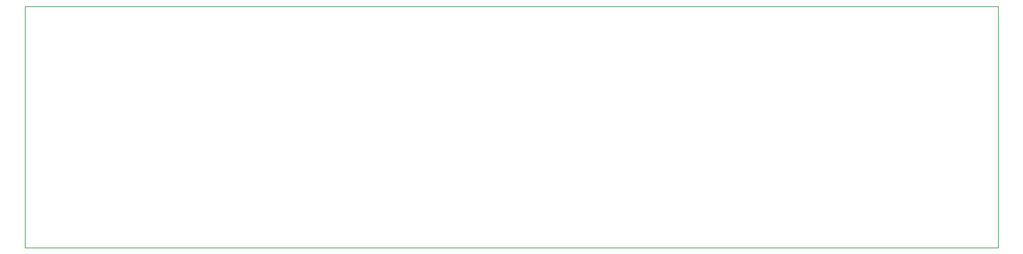
<source format=gbr>
%TF.GenerationSoftware,KiCad,Pcbnew,7.0.9*%
%TF.CreationDate,2024-01-25T00:03:06-08:00*%
%TF.ProjectId,Max7219_FC16,4d617837-3231-4395-9f46-4331362e6b69,rev?*%
%TF.SameCoordinates,Original*%
%TF.FileFunction,Profile,NP*%
%FSLAX46Y46*%
G04 Gerber Fmt 4.6, Leading zero omitted, Abs format (unit mm)*
G04 Created by KiCad (PCBNEW 7.0.9) date 2024-01-25 00:03:06*
%MOMM*%
%LPD*%
G01*
G04 APERTURE LIST*
%TA.AperFunction,Profile*%
%ADD10C,0.100000*%
%TD*%
G04 APERTURE END LIST*
D10*
X28750000Y-37000000D02*
X157750000Y-37000000D01*
X157750000Y-69000000D01*
X28750000Y-69000000D01*
X28750000Y-37000000D01*
M02*

</source>
